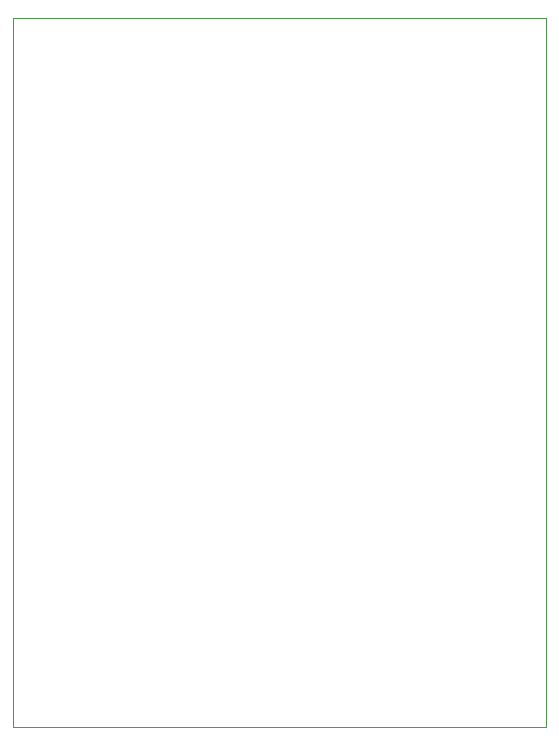
<source format=gbr>
%FSTAX23Y23*%
%MOIN*%
%SFA1B1*%

%IPPOS*%
%ADD46C,0.001000*%
%LNpcb1_profile-1*%
%LPD*%
G54D46*
X00285Y0021D02*
X0206D01*
Y02575*
X00285*
Y0021*
M02*
</source>
